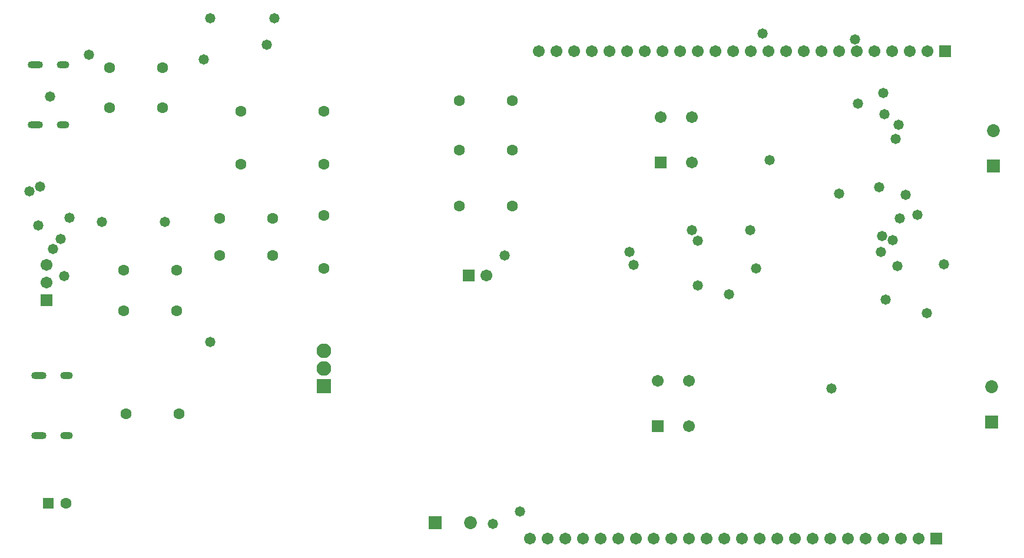
<source format=gbr>
%TF.GenerationSoftware,Altium Limited,Altium Designer,24.3.1 (35)*%
G04 Layer_Color=16711935*
%FSLAX45Y45*%
%MOMM*%
%TF.SameCoordinates,9497362C-8314-4730-AF2A-4C837BA13D10*%
%TF.FilePolarity,Negative*%
%TF.FileFunction,Soldermask,Bot*%
%TF.Part,Single*%
G01*
G75*
%TA.AperFunction,ComponentPad*%
G04:AMPARAMS|DCode=30|XSize=1mm|YSize=1.8mm|CornerRadius=0.5mm|HoleSize=0mm|Usage=FLASHONLY|Rotation=270.000|XOffset=0mm|YOffset=0mm|HoleType=Round|Shape=RoundedRectangle|*
%AMROUNDEDRECTD30*
21,1,1.00000,0.80000,0,0,270.0*
21,1,0.00000,1.80000,0,0,270.0*
1,1,1.00000,-0.40000,0.00000*
1,1,1.00000,-0.40000,0.00000*
1,1,1.00000,0.40000,0.00000*
1,1,1.00000,0.40000,0.00000*
%
%ADD30ROUNDEDRECTD30*%
G04:AMPARAMS|DCode=31|XSize=1mm|YSize=2.2mm|CornerRadius=0.5mm|HoleSize=0mm|Usage=FLASHONLY|Rotation=270.000|XOffset=0mm|YOffset=0mm|HoleType=Round|Shape=RoundedRectangle|*
%AMROUNDEDRECTD31*
21,1,1.00000,1.20000,0,0,270.0*
21,1,0.00000,2.20000,0,0,270.0*
1,1,1.00000,-0.60000,0.00000*
1,1,1.00000,-0.60000,0.00000*
1,1,1.00000,0.60000,0.00000*
1,1,1.00000,0.60000,0.00000*
%
%ADD31ROUNDEDRECTD31*%
%ADD46C,1.85320*%
%ADD47R,1.85320X1.85320*%
%ADD48C,1.70320*%
%ADD49R,1.70320X1.70320*%
%ADD50R,1.85320X1.85320*%
%ADD51C,1.60320*%
%ADD52R,1.60320X1.60320*%
%ADD53C,2.11320*%
%ADD54R,2.11320X2.11320*%
%ADD55R,1.70320X1.70320*%
%TA.AperFunction,ViaPad*%
%ADD56C,1.47320*%
D30*
X5441198Y11658402D02*
D03*
Y12522398D02*
D03*
X5492750Y7190501D02*
D03*
Y8054503D02*
D03*
D31*
X5041199Y11658402D02*
D03*
Y12522398D02*
D03*
X5092751Y7190501D02*
D03*
Y8054503D02*
D03*
D46*
X18796001Y7886700D02*
D03*
X11303000Y5930900D02*
D03*
X18821400Y11569700D02*
D03*
D47*
X18796001Y7378700D02*
D03*
X18821400Y11061700D02*
D03*
D48*
X12153900Y5702300D02*
D03*
X12407900D02*
D03*
X12661900D02*
D03*
X12915900D02*
D03*
X13169901D02*
D03*
X13423900D02*
D03*
X13677901D02*
D03*
X13931900D02*
D03*
X14185899D02*
D03*
X14439900D02*
D03*
X14693900D02*
D03*
X14947900D02*
D03*
X15201900D02*
D03*
X15455901D02*
D03*
X15709900D02*
D03*
X15963901D02*
D03*
X16217900D02*
D03*
X16471899D02*
D03*
X16725900D02*
D03*
X16979900D02*
D03*
X17233900D02*
D03*
X17487900D02*
D03*
X17741901D02*
D03*
X12280900Y12712700D02*
D03*
X12534900D02*
D03*
X12788900D02*
D03*
X13042900D02*
D03*
X13296899D02*
D03*
X13550900D02*
D03*
X13804900D02*
D03*
X14058900D02*
D03*
X14312900D02*
D03*
X14566901D02*
D03*
X14820900D02*
D03*
X15074899D02*
D03*
X15328900D02*
D03*
X15582899D02*
D03*
X15836900D02*
D03*
X16090900D02*
D03*
X16344901D02*
D03*
X16598900D02*
D03*
X16852901D02*
D03*
X17106900D02*
D03*
X17360899D02*
D03*
X17614900D02*
D03*
X17868900D02*
D03*
X11531600Y9486900D02*
D03*
X5207000Y9385300D02*
D03*
Y9639300D02*
D03*
X14483502Y11117702D02*
D03*
Y11767698D02*
D03*
X14033501D02*
D03*
X14439900Y7320402D02*
D03*
Y7970398D02*
D03*
X13989899D02*
D03*
D49*
X17995900Y5702300D02*
D03*
X18122900Y12712700D02*
D03*
X11277600Y9486900D02*
D03*
D50*
X10795000Y5930900D02*
D03*
D51*
X8001000Y11850400D02*
D03*
Y11088400D02*
D03*
X11137900Y10490200D02*
D03*
X11899900D02*
D03*
X5486400Y6210300D02*
D03*
X6350000Y7497501D02*
D03*
X7112000D02*
D03*
X9194800Y10350500D02*
D03*
Y9588500D02*
D03*
Y11850400D02*
D03*
Y11088400D02*
D03*
X6108700Y12482800D02*
D03*
X6870700D02*
D03*
Y11901200D02*
D03*
X6108700D02*
D03*
X6311900Y9563100D02*
D03*
X7073900D02*
D03*
X6311900Y8978900D02*
D03*
X7073900D02*
D03*
X7693198Y10312400D02*
D03*
X8455198D02*
D03*
X11137900Y12001500D02*
D03*
X11899900D02*
D03*
X7693198Y9779000D02*
D03*
X8455198D02*
D03*
X11137900Y11290300D02*
D03*
X11899900D02*
D03*
D52*
X5232400Y6210300D02*
D03*
D53*
X9194800Y8407400D02*
D03*
Y8152399D02*
D03*
D54*
Y7897398D02*
D03*
D55*
X5207000Y9131300D02*
D03*
X14033501Y11117702D02*
D03*
X13989899Y7320402D02*
D03*
D56*
X12009120Y6093460D02*
D03*
X7556500Y8536940D02*
D03*
X5999480Y10259060D02*
D03*
X8369300Y12806680D02*
D03*
X14483080Y10142220D02*
D03*
X7467600Y12598888D02*
D03*
X5534660Y10320020D02*
D03*
X5816600Y12661900D02*
D03*
X18105119Y9649460D02*
D03*
X17457420Y11653520D02*
D03*
X17373599Y9997440D02*
D03*
X15501620Y12969240D02*
D03*
X17726660Y10357978D02*
D03*
X15410181Y9591040D02*
D03*
X17561560Y10652760D02*
D03*
X17254221Y11810340D02*
D03*
X17236440Y12110720D02*
D03*
X16875760Y11963400D02*
D03*
X16598900Y10668000D02*
D03*
X17205960Y9826899D02*
D03*
X17271638Y9146901D02*
D03*
X5298440Y9870440D02*
D03*
X17861279Y8946200D02*
D03*
X5085080Y10205720D02*
D03*
X4960620Y10701020D02*
D03*
X13589000Y9827260D02*
D03*
X15019020Y9217660D02*
D03*
X14569440Y9347200D02*
D03*
X11625580Y5913120D02*
D03*
X17221201Y10055860D02*
D03*
X15603220Y11145520D02*
D03*
X13642340Y9644380D02*
D03*
X11790680Y9779000D02*
D03*
X5405120Y10017760D02*
D03*
X6908800Y10259060D02*
D03*
X14566901Y9989820D02*
D03*
X7559040Y13192760D02*
D03*
X17411700Y11455400D02*
D03*
X15318739Y10142220D02*
D03*
X17472659Y10314940D02*
D03*
X17440819Y9622699D02*
D03*
X5455920Y9481820D02*
D03*
X5111750Y10772140D02*
D03*
X5257800Y12065000D02*
D03*
X8481060Y13192760D02*
D03*
X16489964Y7861300D02*
D03*
X16827499Y12882880D02*
D03*
X17180560Y10759440D02*
D03*
%TF.MD5,edb83b2b5872992a1de067d2f48445d3*%
M02*

</source>
